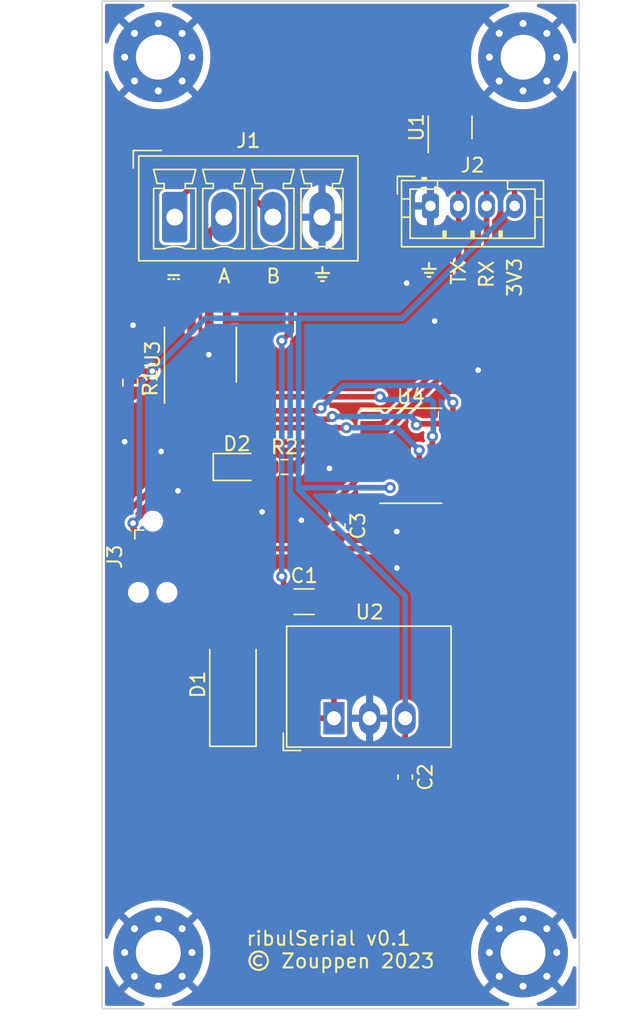
<source format=kicad_pcb>
(kicad_pcb (version 20211014) (generator pcbnew)
  (title_block (title "ribulSerial") (rev "0.1") (company "Zouppen") (comment 1 "2023"))
  (layers (0 "F.Cu" signal) (31 "B.Cu" signal) (34 "B.Paste" user) (35 "F.Paste" user) (36 "B.SilkS" user "B.Silkscreen") (37 "F.SilkS" user "F.Silkscreen") (38 "B.Mask" user) (39 "F.Mask" user) (44 "Edge.Cuts" user))
  (net 0 "")
  (net 1 "GND")
  (net 2 "+3.3V")
  (net 3 "Net-(C3-Pad1)")
  (net 4 "Net-(D2-Pad2)")
  (net 5 "VDC")
  (net 6 "A")
  (net 7 "B")
  (net 8 "/TX")
  (net 9 "/RX")
  (net 10 "/SWIM")
  (net 11 "/RESET")
  (net 14 "Net-(R2-Pad2)")
  (net 17 "/TX_EN1")
  (net 18 "/TX_EN2")
  (net 26 "/SWRX")
  (net 27 "/SWTX")
  (footprint "Converter_DCDC:Converter_DCDC_RECOM_R-78E-0.5_THT" (layer "F.Cu") (at 92.52 87.105)
    (fp_text reference "U2" (at 2.54 -7.56) (layer "F.SilkS"))
    (fp_text value "AMSRI-783.3-NZ")
    (fp_line (start 8.35 -6.56) (end 8.35 2.06) (layer "F.SilkS") (width 0.12))
    (fp_line (start -3.611 1.06) (end -3.611 2.3) (layer "F.SilkS") (width 0.12))
    (fp_line (start -3.371 2.06) (end 8.35 2.06) (layer "F.SilkS") (width 0.12))
    (fp_line (start -3.611 2.3) (end -2.371 2.3) (layer "F.SilkS") (width 0.12))
    (fp_line (start -3.371 -6.56) (end -3.371 2.06) (layer "F.SilkS") (width 0.12))
    (fp_line (start -3.371 -6.56) (end 8.35 -6.56) (layer "F.SilkS") (width 0.12))
    (pad "1" thru_hole rect (at 0 0) (size 1.5 2.3) (drill 1) (layers *.Cu *.Mask) (net 5 "VDC"))
    (pad "2" thru_hole oval (at 2.54 0) (size 1.5 2.3) (drill 1) (layers *.Cu *.Mask) (net 1 "GND"))
    (pad "3" thru_hole oval (at 5.08 0) (size 1.5 2.3) (drill 1) (layers *.Cu *.Mask) (net 2 "+3.3V"))
  )
  (footprint "Resistor_SMD:R_0603_1608Metric" (layer "F.Cu") (at 78 63.2 -90)
    (fp_text reference "R1" (at 0 -1.43 90) (layer "F.SilkS"))
    (fp_text value "20k")
    (fp_line (start -0.237258 -0.5225) (end 0.237258 -0.5225) (layer "F.SilkS") (width 0.12))
    (fp_line (start -0.237258 0.5225) (end 0.237258 0.5225) (layer "F.SilkS") (width 0.12))
    (pad "1" smd roundrect (at -0.825 0 270) (size 0.8 0.95) (layers "F.Cu" "F.Paste" "F.Mask") (net 2 "+3.3V"))
    (pad "2" smd roundrect (at 0.825 0 270) (size 0.8 0.95) (layers "F.Cu" "F.Paste" "F.Mask") (net 26 "/SWRX"))
  )
  (footprint "Capacitor_SMD:C_0603_1608Metric" (layer "F.Cu") (at 92.8 73.4 -90)
    (fp_text reference "C3" (at 0 -1.43 90) (layer "F.SilkS"))
    (fp_text value "1u")
    (fp_line (start -0.14058 -0.51) (end 0.14058 -0.51) (layer "F.SilkS") (width 0.12))
    (fp_line (start -0.14058 0.51) (end 0.14058 0.51) (layer "F.SilkS") (width 0.12))
    (pad "1" smd roundrect (at -0.775 0 270) (size 0.9 0.95) (layers "F.Cu" "F.Paste" "F.Mask") (net 3 "Net-(C3-Pad1)"))
    (pad "2" smd roundrect (at 0.775 0 270) (size 0.9 0.95) (layers "F.Cu" "F.Paste" "F.Mask") (net 1 "GND"))
  )
  (footprint "MountingHole:MountingHole_3.2mm_M3_Pad_Via" (layer "F.Cu") (at 80 40)
    (fp_text reference "H1" hide)
    (fp_text value "MountingHole_Pad")
    (pad "1" thru_hole circle (at 0 0) (size 6.4 6.4) (drill 3.2) (layers *.Cu *.Mask) (net 1 "GND"))
    (pad "1" thru_hole circle (at -1.697056 -1.697056) (size 0.8 0.8) (drill 0.5) (layers *.Cu *.Mask) (net 1 "GND"))
    (pad "1" thru_hole circle (at 0 2.4) (size 0.8 0.8) (drill 0.5) (layers *.Cu *.Mask) (net 1 "GND"))
    (pad "1" thru_hole circle (at 1.697056 -1.697056) (size 0.8 0.8) (drill 0.5) (layers *.Cu *.Mask) (net 1 "GND"))
    (pad "1" thru_hole circle (at 0 -2.4) (size 0.8 0.8) (drill 0.5) (layers *.Cu *.Mask) (net 1 "GND"))
    (pad "1" thru_hole circle (at 2.4 0) (size 0.8 0.8) (drill 0.5) (layers *.Cu *.Mask) (net 1 "GND"))
    (pad "1" thru_hole circle (at 1.697056 1.697056) (size 0.8 0.8) (drill 0.5) (layers *.Cu *.Mask) (net 1 "GND"))
    (pad "1" thru_hole circle (at -1.697056 1.697056) (size 0.8 0.8) (drill 0.5) (layers *.Cu *.Mask) (net 1 "GND"))
    (pad "1" thru_hole circle (at -2.4 0) (size 0.8 0.8) (drill 0.5) (layers *.Cu *.Mask) (net 1 "GND"))
  )
  (footprint "Diode_SMD:D_SMA_Handsoldering" (layer "F.Cu") (at 85.32 84.705 90)
    (fp_text reference "D1" (at 0 -2.5 90) (layer "F.SilkS"))
    (fp_text value "P6SMAJ33CA")
    (fp_line (start -4.4 1.65) (end 2.5 1.65) (layer "F.SilkS") (width 0.12))
    (fp_line (start -4.4 -1.65) (end -4.4 1.65) (layer "F.SilkS") (width 0.12))
    (fp_line (start -4.4 -1.65) (end 2.5 -1.65) (layer "F.SilkS") (width 0.12))
    (pad "1" smd rect (at -2.5 0 90) (size 3.5 1.8) (layers "F.Cu" "F.Paste" "F.Mask") (net 5 "VDC"))
    (pad "2" smd rect (at 2.5 0 90) (size 3.5 1.8) (layers "F.Cu" "F.Paste" "F.Mask") (net 1 "GND"))
  )
  (footprint "MountingHole:MountingHole_3.2mm_M3_Pad_Via" (layer "F.Cu") (at 80 103.8)
    (fp_text reference "H3" hide)
    (fp_text value "MountingHole_Pad")
    (pad "1" thru_hole circle (at 1.697056 1.697056) (size 0.8 0.8) (drill 0.5) (layers *.Cu *.Mask) (net 1 "GND"))
    (pad "1" thru_hole circle (at -1.697056 1.697056) (size 0.8 0.8) (drill 0.5) (layers *.Cu *.Mask) (net 1 "GND"))
    (pad "1" thru_hole circle (at 2.4 0) (size 0.8 0.8) (drill 0.5) (layers *.Cu *.Mask) (net 1 "GND"))
    (pad "1" thru_hole circle (at -2.4 0) (size 0.8 0.8) (drill 0.5) (layers *.Cu *.Mask) (net 1 "GND"))
    (pad "1" thru_hole circle (at 0 2.4) (size 0.8 0.8) (drill 0.5) (layers *.Cu *.Mask) (net 1 "GND"))
    (pad "1" thru_hole circle (at -1.697056 -1.697056) (size 0.8 0.8) (drill 0.5) (layers *.Cu *.Mask) (net 1 "GND"))
    (pad "1" thru_hole circle (at 0 0) (size 6.4 6.4) (drill 3.2) (layers *.Cu *.Mask) (net 1 "GND"))
    (pad "1" thru_hole circle (at 1.697056 -1.697056) (size 0.8 0.8) (drill 0.5) (layers *.Cu *.Mask) (net 1 "GND"))
    (pad "1" thru_hole circle (at 0 -2.4) (size 0.8 0.8) (drill 0.5) (layers *.Cu *.Mask) (net 1 "GND"))
  )
  (footprint "Resistor_SMD:R_0603_1608Metric" (layer "F.Cu") (at 89 69.2)
    (fp_text reference "R2" (at 0 -1.43) (layer "F.SilkS"))
    (fp_text value "180")
    (fp_line (start -0.237258 0.5225) (end 0.237258 0.5225) (layer "F.SilkS") (width 0.12))
    (fp_line (start -0.237258 -0.5225) (end 0.237258 -0.5225) (layer "F.SilkS") (width 0.12))
    (pad "1" smd roundrect (at -0.825 0) (size 0.8 0.95) (layers "F.Cu" "F.Paste" "F.Mask") (net 4 "Net-(D2-Pad2)"))
    (pad "2" smd roundrect (at 0.825 0) (size 0.8 0.95) (layers "F.Cu" "F.Paste" "F.Mask") (net 14 "Net-(R2-Pad2)"))
  )
  (footprint "LED_SMD:LED_0805_2012Metric" (layer "F.Cu") (at 85.6 69.2)
    (fp_text reference "D2" (at 0 -1.65) (layer "F.SilkS"))
    (fp_text value "LED")
    (fp_line (start -1.685 0.96) (end 1 0.96) (layer "F.SilkS") (width 0.12))
    (fp_line (start -1.685 -0.96) (end -1.685 0.96) (layer "F.SilkS") (width 0.12))
    (fp_line (start 1 -0.96) (end -1.685 -0.96) (layer "F.SilkS") (width 0.12))
    (pad "1" smd roundrect (at -0.9375 0) (size 0.975 1.4) (layers "F.Cu" "F.Paste" "F.Mask") (net 1 "GND"))
    (pad "2" smd roundrect (at 0.9375 0) (size 0.975 1.4) (layers "F.Cu" "F.Paste" "F.Mask") (net 4 "Net-(D2-Pad2)"))
  )
  (footprint "Package_SO:TSSOP-20_4.4x6.5mm_P0.65mm" (layer "F.Cu") (at 98 68.4)
    (fp_text reference "U4" (at 0 -4.2) (layer "F.SilkS"))
    (fp_text value "STM8S003F3P")
    (fp_line (start 0 -3.385) (end 2.2 -3.385) (layer "F.SilkS") (width 0.12))
    (fp_line (start 0 -3.385) (end -3.6 -3.385) (layer "F.SilkS") (width 0.12))
    (fp_line (start 0 3.385) (end -2.2 3.385) (layer "F.SilkS") (width 0.12))
    (fp_line (start 0 3.385) (end 2.2 3.385) (layer "F.SilkS") (width 0.12))
    (pad "1" smd roundrect (at -2.8625 -2.925) (size 1.475 0.4) (layers "F.Cu" "F.Paste" "F.Mask"))
    (pad "2" smd roundrect (at -2.8625 -2.275) (size 1.475 0.4) (layers "F.Cu" "F.Paste" "F.Mask") (net 8 "/TX"))
    (pad "3" smd roundrect (at -2.8625 -1.625) (size 1.475 0.4) (layers "F.Cu" "F.Paste" "F.Mask") (net 9 "/RX"))
    (pad "4" smd roundrect (at -2.8625 -0.975) (size 1.475 0.4) (layers "F.Cu" "F.Paste" "F.Mask") (net 11 "/RESET"))
    (pad "5" smd roundrect (at -2.8625 -0.325) (size 1.475 0.4) (layers "F.Cu" "F.Paste" "F.Mask") (net 14 "Net-(R2-Pad2)"))
    (pad "6" smd roundrect (at -2.8625 0.325) (size 1.475 0.4) (layers "F.Cu" "F.Paste" "F.Mask"))
    (pad "7" smd roundrect (at -2.8625 0.975) (size 1.475 0.4) (layers "F.Cu" "F.Paste" "F.Mask") (net 1 "GND"))
    (pad "8" smd roundrect (at -2.8625 1.625) (size 1.475 0.4) (layers "F.Cu" "F.Paste" "F.Mask") (net 3 "Net-(C3-Pad1)"))
    (pad "9" smd roundrect (at -2.8625 2.275) (size 1.475 0.4) (layers "F.Cu" "F.Paste" "F.Mask") (net 2 "+3.3V"))
    (pad "10" smd roundrect (at -2.8625 2.925) (size 1.475 0.4) (layers "F.Cu" "F.Paste" "F.Mask"))
    (pad "11" smd roundrect (at 2.8625 2.925) (size 1.475 0.4) (layers "F.Cu" "F.Paste" "F.Mask"))
    (pad "12" smd roundrect (at 2.8625 2.275) (size 1.475 0.4) (layers "F.Cu" "F.Paste" "F.Mask"))
    (pad "13" smd roundrect (at 2.8625 1.625) (size 1.475 0.4) (layers "F.Cu" "F.Paste" "F.Mask") (net 26 "/SWRX"))
    (pad "14" smd roundrect (at 2.8625 0.975) (size 1.475 0.4) (layers "F.Cu" "F.Paste" "F.Mask") (net 27 "/SWTX"))
    (pad "15" smd roundrect (at 2.8625 0.325) (size 1.475 0.4) (layers "F.Cu" "F.Paste" "F.Mask"))
    (pad "16" smd roundrect (at 2.8625 -0.325) (size 1.475 0.4) (layers "F.Cu" "F.Paste" "F.Mask"))
    (pad "17" smd roundrect (at 2.8625 -0.975) (size 1.475 0.4) (layers "F.Cu" "F.Paste" "F.Mask"))
    (pad "18" smd roundrect (at 2.8625 -1.625) (size 1.475 0.4) (layers "F.Cu" "F.Paste" "F.Mask") (net 10 "/SWIM"))
    (pad "19" smd roundrect (at 2.8625 -2.275) (size 1.475 0.4) (layers "F.Cu" "F.Paste" "F.Mask") (net 17 "/TX_EN1"))
    (pad "20" smd roundrect (at 2.8625 -2.925) (size 1.475 0.4) (layers "F.Cu" "F.Paste" "F.Mask") (net 18 "/TX_EN2"))
  )
  (footprint "MountingHole:MountingHole_3.2mm_M3_Pad_Via" (layer "F.Cu") (at 106 103.8)
    (fp_text reference "H4" hide)
    (fp_text value "MountingHole_Pad")
    (pad "1" thru_hole circle (at -2.4 0) (size 0.8 0.8) (drill 0.5) (layers *.Cu *.Mask) (net 1 "GND"))
    (pad "1" thru_hole circle (at 0 -2.4) (size 0.8 0.8) (drill 0.5) (layers *.Cu *.Mask) (net 1 "GND"))
    (pad "1" thru_hole circle (at -1.697056 -1.697056) (size 0.8 0.8) (drill 0.5) (layers *.Cu *.Mask) (net 1 "GND"))
    (pad "1" thru_hole circle (at -1.697056 1.697056) (size 0.8 0.8) (drill 0.5) (layers *.Cu *.Mask) (net 1 "GND"))
    (pad "1" thru_hole circle (at 2.4 0) (size 0.8 0.8) (drill 0.5) (layers *.Cu *.Mask) (net 1 "GND"))
    (pad "1" thru_hole circle (at 0 2.4) (size 0.8 0.8) (drill 0.5) (layers *.Cu *.Mask) (net 1 "GND"))
    (pad "1" thru_hole circle (at 0 0) (size 6.4 6.4) (drill 3.2) (layers *.Cu *.Mask) (net 1 "GND"))
    (pad "1" thru_hole circle (at 1.697056 1.697056) (size 0.8 0.8) (drill 0.5) (layers *.Cu *.Mask) (net 1 "GND"))
    (pad "1" thru_hole circle (at 1.697056 -1.697056) (size 0.8 0.8) (drill 0.5) (layers *.Cu *.Mask) (net 1 "GND"))
  )
  (footprint "MountingHole:MountingHole_3.2mm_M3_Pad_Via" (layer "F.Cu") (at 106 40)
    (fp_text reference "H2" hide)
    (fp_text value "MountingHole_Pad")
    (pad "1" thru_hole circle (at 1.697056 -1.697056) (size 0.8 0.8) (drill 0.5) (layers *.Cu *.Mask) (net 1 "GND"))
    (pad "1" thru_hole circle (at 1.697056 1.697056) (size 0.8 0.8) (drill 0.5) (layers *.Cu *.Mask) (net 1 "GND"))
    (pad "1" thru_hole circle (at -1.697056 -1.697056) (size 0.8 0.8) (drill 0.5) (layers *.Cu *.Mask) (net 1 "GND"))
    (pad "1" thru_hole circle (at 0 0) (size 6.4 6.4) (drill 3.2) (layers *.Cu *.Mask) (net 1 "GND"))
    (pad "1" thru_hole circle (at -1.697056 1.697056) (size 0.8 0.8) (drill 0.5) (layers *.Cu *.Mask) (net 1 "GND"))
    (pad "1" thru_hole circle (at 0 2.4) (size 0.8 0.8) (drill 0.5) (layers *.Cu *.Mask) (net 1 "GND"))
    (pad "1" thru_hole circle (at -2.4 0) (size 0.8 0.8) (drill 0.5) (layers *.Cu *.Mask) (net 1 "GND"))
    (pad "1" thru_hole circle (at 0 -2.4) (size 0.8 0.8) (drill 0.5) (layers *.Cu *.Mask) (net 1 "GND"))
    (pad "1" thru_hole circle (at 2.4 0) (size 0.8 0.8) (drill 0.5) (layers *.Cu *.Mask) (net 1 "GND"))
  )
  (footprint "Connector_Phoenix_MC:PhoenixContact_MCV_1,5_4-G-3.5_1x04_P3.50mm_Vertical" (layer "F.Cu") (at 81.1675 51.4)
    (fp_text reference "J1" (at 5.25 -5.45) (layer "F.SilkS"))
    (fp_text value "Screw_Terminal_01x04")
    (fp_line (start 6.25 2.25) (end 5.5 2.25) (layer "F.SilkS") (width 0.12))
    (fp_line (start 4.25 -2.4) (end 4.25 -2.05) (layer "F.SilkS") (width 0.12))
    (fp_line (start 8.5 -3.4) (end 8.25 -2.4) (layer "F.SilkS") (width 0.12))
    (fp_line (start 2.75 2.25) (end 2 2.25) (layer "F.SilkS") (width 0.12))
    (fp_line (start 5.75 -2.4) (end 5.5 -3.4) (layer "F.SilkS") (width 0.12))
    (fp_line (start 9.75 -2.05) (end 9.75 -2.4) (layer "F.SilkS") (width 0.12))
    (fp_line (start 4.75 -2.4) (end 4.25 -2.4) (layer "F.SilkS") (width 0.12))
    (fp_line (start 2.25 -2.4) (end 2 -3.4) (layer "F.SilkS") (width 0.12))
    (fp_line (start 12 -2.05) (end 12 2.25) (layer "F.SilkS") (width 0.12))
    (fp_line (start 5 -2.05) (end 5 2.25) (layer "F.SilkS") (width 0.12))
    (fp_line (start 1.5 -3.4) (end 1.25 -2.4) (layer "F.SilkS") (width 0.12))
    (fp_line (start 7.75 -2.4) (end 7.75 -2.05) (layer "F.SilkS") (width 0.12))
    (fp_line (start 7.75 -2.05) (end 8.5 -2.05) (layer "F.SilkS") (width 0.12))
    (fp_line (start -0.75 2.25) (end -1.5 2.25) (layer "F.SilkS") (width 0.12))
    (fp_line (start 0.75 -2.4) (end 0.75 -2.05) (layer "F.SilkS") (width 0.12))
    (fp_line (start 2 -2.05) (end 2.75 -2.05) (layer "F.SilkS") (width 0.12))
    (fp_line (start 11.75 -2.4) (end 11.25 -2.4) (layer "F.SilkS") (width 0.12))
    (fp_line (start -2.56 -4.36) (end -2.56 3.11) (layer "F.SilkS") (width 0.12))
    (fp_line (start 13.06 -4.36) (end -2.56 -4.36) (layer "F.SilkS") (width 0.12))
    (fp_line (start 9 -2.05) (end 9.75 -2.05) (layer "F.SilkS") (width 0.12))
    (fp_line (start 12 -3.4) (end 11.75 -2.4) (layer "F.SilkS") (width 0.12))
    (fp_line (start 5 2.25) (end 4.25 2.25) (layer "F.SilkS") (width 0.12))
    (fp_line (start 6.25 -2.4) (end 5.75 -2.4) (layer "F.SilkS") (width 0.12))
    (fp_line (start 5.5 2.25) (end 5.5 -2.05) (layer "F.SilkS") (width 0.12))
    (fp_line (start 0.75 -2.05) (end 1.5 -2.05) (layer "F.SilkS") (width 0.12))
    (fp_line (start -1.5 -3.4) (end 1.5 -3.4) (layer "F.SilkS") (width 0.12))
    (fp_line (start -0.75 -2.4) (end -1.25 -2.4) (layer "F.SilkS") (width 0.12))
    (fp_line (start 9.75 2.25) (end 9 2.25) (layer "F.SilkS") (width 0.12))
    (fp_line (start 11.25 -2.4) (end 11.25 -2.05) (layer "F.SilkS") (width 0.12))
    (fp_line (start 9.75 -2.4) (end 9.25 -2.4) (layer "F.SilkS") (width 0.12))
    (fp_line (start 1.5 2.25) (end 0.75 2.25) (layer "F.SilkS") (width 0.12))
    (fp_line (start -0.75 -2.05) (end -0.75 -2.4) (layer "F.SilkS") (width 0.12))
    (fp_line (start 12 2.25) (end 11.25 2.25) (layer "F.SilkS") (width 0.12))
    (fp_line (start 5.5 -3.4) (end 8.5 -3.4) (layer "F.SilkS") (width 0.12))
    (fp_line (start 13.06 3.11) (end 13.06 -4.36) (layer "F.SilkS") (width 0.12))
    (fp_line (start 6.25 -2.05) (end 6.25 -2.4) (layer "F.SilkS") (width 0.12))
    (fp_line (start 2 2.25) (end 2 -2.05) (layer "F.SilkS") (width 0.12))
    (fp_line (start 8.25 -2.4) (end 7.75 -2.4) (layer "F.SilkS") (width 0.12))
    (fp_line (start 1.5 -2.05) (end 1.5 2.25) (layer "F.SilkS") (width 0.12))
    (fp_line (start 11.25 -2.05) (end 12 -2.05) (layer "F.SilkS") (width 0.12))
    (fp_line (start 1.25 -2.4) (end 0.75 -2.4) (layer "F.SilkS") (width 0.12))
    (fp_line (start -1.25 -2.4) (end -1.5 -3.4) (layer "F.SilkS") (width 0.12))
    (fp_line (start 2.75 -2.4) (end 2.25 -2.4) (layer "F.SilkS") (width 0.12))
    (fp_line (start 8.5 2.25) (end 7.75 2.25) (layer "F.SilkS") (width 0.12))
    (fp_line (start 9 -3.4) (end 12 -3.4) (layer "F.SilkS") (width 0.12))
    (fp_line (start 9.25 -2.4) (end 9 -3.4) (layer "F.SilkS") (width 0.12))
    (fp_line (start 4.25 -2.05) (end 5 -2.05) (layer "F.SilkS") (width 0.12))
    (fp_line (start 5.5 -2.05) (end 6.25 -2.05) (layer "F.SilkS") (width 0.12))
    (fp_line (start -1.5 -2.05) (end -0.75 -2.05) (layer "F.SilkS") (width 0.12))
    (fp_line (start -1.5 2.25) (end -1.5 -2.05) (layer "F.SilkS") (width 0.12))
    (fp_line (start -2.95 -4.75) (end -0.95 -4.75) (layer "F.SilkS") (width 0.12))
    (fp_line (start 9 2.25) (end 9 -2.05) (layer "F.SilkS") (width 0.12))
    (fp_line (start 2.75 -2.05) (end 2.75 -2.4) (layer "F.SilkS") (width 0.12))
    (fp_line (start -2.95 -3.5) (end -2.95 -4.75) (layer "F.SilkS") (width 0.12))
    (fp_line (start -2.56 3.11) (end 13.06 3.11) (layer "F.SilkS") (width 0.12))
    (fp_line (start 8.5 -2.05) (end 8.5 2.25) (layer "F.SilkS") (width 0.12))
    (fp_line (start 5 -3.4) (end 4.75 -2.4) (layer "F.SilkS") (width 0.12))
    (fp_line (start 2 -3.4) (end 5 -3.4) (layer "F.SilkS") (width 0.12))
    (fp_arc (start 6.25 2.25) (mid 6.999807 2.09191) (end 7.749647 2.249844) (layer "F.SilkS") (width 0.12))
    (fp_arc (start 2.75 2.25) (mid 3.499807 2.09191) (end 4.249647 2.249844) (layer "F.SilkS") (width 0.12))
    (fp_arc (start 9.75 2.25) (mid 10.499807 2.09191) (end 11.249647 2.249844) (layer "F.SilkS") (width 0.12))
    (fp_arc (start -0.75 2.25) (mid -0.000193 2.09191) (end 0.749647 2.249844) (layer "F.SilkS") (width 0.12))
    (pad "1" thru_hole roundrect (at 0 0) (size 1.8 3.6) (drill 1.2) (layers *.Cu *.Mask) (roundrect_rratio 0.138889) (net 5 "VDC"))
    (pad "2" thru_hole oval (at 3.5 0) (size 1.8 3.6) (drill 1.2) (layers *.Cu *.Mask) (net 6 "A"))
    (pad "3" thru_hole oval (at 7 0) (size 1.8 3.6) (drill 1.2) (layers *.Cu *.Mask) (net 7 "B"))
    (pad "4" thru_hole oval (at 10.5 0) (size 1.8 3.6) (drill 1.2) (layers *.Cu *.Mask) (net 1 "GND"))
  )
  (footprint "Package_TO_SOT_SMD:SOT-23-6" (layer "F.Cu") (at 100.8 45 90)
    (fp_text reference "U1" (at 0 -2.4 90) (layer "F.SilkS"))
    (fp_text value "SRV05-4")
    (fp_line (start 0 1.56) (end 0.8 1.56) (layer "F.SilkS") (width 0.12))
    (fp_line (start 0 1.56) (end -0.8 1.56) (layer "F.SilkS") (width 0.12))
    (fp_line (start 0 -1.56) (end -1.8 -1.56) (layer "F.SilkS") (width 0.12))
    (fp_line (start 0 -1.56) (end 0.8 -1.56) (layer "F.SilkS") (width 0.12))
    (pad "1" smd roundrect (at -1.1375 -0.95 90) (size 1.325 0.6) (layers "F.Cu" "F.Paste" "F.Mask") (net 8 "/TX"))
    (pad "2" smd roundrect (at -1.1375 0 90) (size 1.325 0.6) (layers "F.Cu" "F.Paste" "F.Mask") (net 1 "GND"))
    (pad "3" smd roundrect (at -1.1375 0.95 90) (size 1.325 0.6) (layers "F.Cu" "F.Paste" "F.Mask") (net 9 "/RX"))
    (pad "4" smd roundrect (at 1.1375 0.95 90) (size 1.325 0.6) (layers "F.Cu" "F.Paste" "F.Mask"))
    (pad "5" smd roundrect (at 1.1375 0 90) (size 1.325 0.6) (layers "F.Cu" "F.Paste" "F.Mask") (net 2 "+3.3V"))
    (pad "6" smd roundrect (at 1.1375 -0.95 90) (size 1.325 0.6) (layers "F.Cu" "F.Paste" "F.Mask"))
  )
  (footprint "Connector:Tag-Connect_TC2030-IDC-NL_2x03_P1.27mm_Vertical" (layer "F.Cu") (at 79.6 75.6 -90)
    (fp_text reference "J3" (at 0 2.7 90) (layer "F.SilkS"))
    (fp_text value "TagConnect_TC2030-NL")
    (fp_line (start -1.905 1.27) (end -1.905 0.635) (layer "F.SilkS") (width 0.12))
    (fp_line (start -1.27 1.27) (end -1.905 1.27) (layer "F.SilkS") (width 0.12))
    (pad "" np_thru_hole circle (at -2.54 0 270) (size 0.9906 0.9906) (drill 0.9906) (layers *.Cu *.Mask))
    (pad "" np_thru_hole circle (at 2.54 1.016 270) (size 0.9906 0.9906) (drill 0.9906) (layers *.Cu *.Mask))
    (pad "" np_thru_hole circle (at 2.54 -1.016 270) (size 0.9906 0.9906) (drill 0.9906) (layers *.Cu *.Mask))
    (pad "1" connect circle (at -1.27 0.635 270) (size 0.7874 0.7874) (layers "F.Cu" "F.Mask") (net 2 "+3.3V"))
    (pad "2" connect circle (at -1.27 -0.635 270) (size 0.7874 0.7874) (layers "F.Cu" "F.Mask") (net 10 "/SWIM"))
    (pad "3" connect circle (at 0 0.635 270) (size 0.7874 0.7874) (layers "F.Cu" "F.Mask") (net 11 "/RESET"))
    (pad "4" connect circle (at 0 -0.635 270) (size 0.7874 0.7874) (layers "F.Cu" "F.Mask"))
    (pad "5" connect circle (at 1.27 0.635 270) (size 0.7874 0.7874) (layers "F.Cu" "F.Mask") (net 1 "GND"))
    (pad "6" connect circle (at 1.27 -0.635 270) (size 0.7874 0.7874) (layers "F.Cu" "F.Mask"))
    (zone (net 0) (net_name "") (layer "F.Cu") (connect_pads (clearance 0)) (min_thickness 0.254)
      (keepout (tracks allowed) (vias not_allowed) (pads allowed) (copperpour not_allowed) (footprints not_allowed))
      (fill (thermal_gap 0.508) (thermal_bridge_width 0.508))
      (polygon (pts (xy 80.235 76.87) (xy 80.235 74.33) (xy 78.965 74.33) (xy 78.965 76.87)))
    )
  )
  (footprint "Package_SO:SOIC-8_3.9x4.9mm_P1.27mm" (layer "F.Cu") (at 83 61.2 90)
    (fp_text reference "U3" (at 0 -3.4 90) (layer "F.SilkS"))
    (fp_text value "SP3485EN")
    (fp_line (start 0 2.56) (end -1.95 2.56) (layer "F.SilkS") (width 0.12))
    (fp_line (start 0 2.56) (end 1.95 2.56) (layer "F.SilkS") (width 0.12))
    (fp_line (start 0 -2.56) (end -3.45 -2.56) (layer "F.SilkS") (width 0.12))
    (fp_line (start 0 -2.56) (end 1.95 -2.56) (layer "F.SilkS") (width 0.12))
    (pad "1" smd roundrect (at -2.475 -1.905 90) (size 1.95 0.6) (layers "F.Cu" "F.Paste" "F.Mask") (net 26 "/SWRX"))
    (pad "2" smd roundrect (at -2.475 -0.635 90) (size 1.95 0.6) (layers "F.Cu" "F.Paste" "F.Mask") (net 17 "/TX_EN1"))
    (pad "3" smd roundrect (at -2.475 0.635 90) (size 1.95 0.6) (layers "F.Cu" "F.Paste" "F.Mask") (net 18 "/TX_EN2"))
    (pad "4" smd roundrect (at -2.475 1.905 90) (size 1.95 0.6) (layers "F.Cu" "F.Paste" "F.Mask") (net 27 "/SWTX"))
    (pad "5" smd roundrect (at 2.475 1.905 90) (size 1.95 0.6) (layers "F.Cu" "F.Paste" "F.Mask") (net 1 "GND"))
    (pad "6" smd roundrect (at 2.475 0.635 90) (size 1.95 0.6) (layers "F.Cu" "F.Paste" "F.Mask") (net 6 "A"))
    (pad "7" smd roundrect (at 2.475 -0.635 90) (size 1.95 0.6) (layers "F.Cu" "F.Paste" "F.Mask") (net 7 "B"))
    (pad "8" smd roundrect (at 2.475 -1.905 90) (size 1.95 0.6) (layers "F.Cu" "F.Paste" "F.Mask") (net 2 "+3.3V"))
  )
  (footprint "Capacitor_SMD:C_1206_3216Metric" (layer "F.Cu") (at 90.4 78.8)
    (fp_text reference "C1" (at 0 -1.85) (layer "F.SilkS"))
    (fp_text value "10u")
    (fp_line (start -0.711252 -0.91) (end 0.711252 -0.91) (layer "F.SilkS") (width 0.12))
    (fp_line (start -0.711252 0.91) (end 0.711252 0.91) (layer "F.SilkS") (width 0.12))
    (pad "1" smd roundrect (at -1.475 0) (size 1.15 1.8) (layers "F.Cu" "F.Paste" "F.Mask") (roundrect_rratio 0.217391) (net 5 "VDC"))
    (pad "2" smd roundrect (at 1.475 0) (size 1.15 1.8) (layers "F.Cu" "F.Paste" "F.Mask") (roundrect_rratio 0.217391) (net 1 "GND"))
  )
  (footprint "Connector_JST:JST_PH_B4B-PH-K_1x04_P2.00mm_Vertical" (layer "F.Cu") (at 99.4 50.6)
    (fp_text reference "J2" (at 3 -2.9) (layer "F.SilkS"))
    (fp_text value "Conn_01x04_Male")
    (fp_line (start 5.1 1.8) (end 5.1 2.3) (layer "F.SilkS") (width 0.12))
    (fp_line (start 8.06 2.91) (end 8.06 -1.81) (layer "F.SilkS") (width 0.12))
    (fp_line (start -0.3 -2.01) (end -0.6 -2.01) (layer "F.SilkS") (width 0.12))
    (fp_line (start 4.9 2.3) (end 4.9 1.8) (layer "F.SilkS") (width 0.12))
    (fp_line (start 4.9 1.8) (end 5.1 1.8) (layer "F.SilkS") (width 0.12))
    (fp_line (start 5.5 -1.2) (end 5.5 -1.81) (layer "F.SilkS") (width 0.12))
    (fp_line (start -1.45 -1.2) (end -1.45 2.3) (layer "F.SilkS") (width 0.12))
    (fp_line (start 7.45 -1.2) (end 5.5 -1.2) (layer "F.SilkS") (width 0.12))
    (fp_line (start 8.06 -0.5) (end 7.45 -0.5) (layer "F.SilkS") (width 0.12))
    (fp_line (start 3 2.3) (end 3 1.8) (layer "F.SilkS") (width 0.12))
    (fp_line (start 1 2.3) (end 1 1.8) (layer "F.SilkS") (width 0.12))
    (fp_line (start 0.9 2.3) (end 0.9 1.8) (layer "F.SilkS") (width 0.12))
    (fp_line (start -2.06 2.91) (end 8.06 2.91) (layer "F.SilkS") (width 0.12))
    (fp_line (start -0.3 -1.81) (end -0.3 -2.01) (layer "F.SilkS") (width 0.12))
    (fp_line (start -2.06 0.8) (end -1.45 0.8) (layer "F.SilkS") (width 0.12))
    (fp_line (start 5 2.3) (end 5 1.8) (layer "F.SilkS") (width 0.12))
    (fp_line (start -0.3 -1.91) (end -0.6 -1.91) (layer "F.SilkS") (width 0.12))
    (fp_line (start -2.06 -0.5) (end -1.45 -0.5) (layer "F.SilkS") (width 0.12))
    (fp_line (start 2.9 1.8) (end 3.1 1.8) (layer "F.SilkS") (width 0.12))
    (fp_line (start 3.1 1.8) (end 3.1 2.3) (layer "F.SilkS") (width 0.12))
    (fp_line (start 7.45 2.3) (end 7.45 -1.2) (layer "F.SilkS") (width 0.12))
    (fp_line (start 2.9 2.3) (end 2.9 1.8) (layer "F.SilkS") (width 0.12))
    (fp_line (start -1.11 -2.11) (end -2.36 -2.11) (layer "F.SilkS") (width 0.12))
    (fp_line (start -1.45 2.3) (end 7.45 2.3) (layer "F.SilkS") (width 0.12))
    (fp_line (start 0.5 -1.2) (end -1.45 -1.2) (layer "F.SilkS") (width 0.12))
    (fp_line (start 1.1 1.8) (end 1.1 2.3) (layer "F.SilkS") (width 0.12))
    (fp_line (start 0.9 1.8) (end 1.1 1.8) (layer "F.SilkS") (width 0.12))
    (fp_line (start 0.5 -1.81) (end 0.5 -1.2) (layer "F.SilkS") (width 0.12))
    (fp_line (start -0.6 -2.01) (end -0.6 -1.81) (layer "F.SilkS") (width 0.12))
    (fp_line (start 8.06 0.8) (end 7.45 0.8) (layer "F.SilkS") (width 0.12))
    (fp_line (start 8.06 -1.81) (end -2.06 -1.81) (layer "F.SilkS") (width 0.12))
    (fp_line (start -2.06 -1.81) (end -2.06 2.91) (layer "F.SilkS") (width 0.12))
    (fp_line (start -2.36 -2.11) (end -2.36 -0.86) (layer "F.SilkS") (width 0.12))
    (pad "1" thru_hole roundrect (at 0 0) (size 1.2 1.75) (drill 0.75) (layers *.Cu *.Mask) (roundrect_rratio 0.208333) (net 1 "GND"))
    (pad "2" thru_hole oval (at 2 0) (size 1.2 1.75) (drill 0.75) (layers *.Cu *.Mask) (net 8 "/TX"))
    (pad "3" thru_hole oval (at 4 0) (size 1.2 1.75) (drill 0.75) (layers *.Cu *.Mask) (net 9 "/RX"))
    (pad "4" thru_hole oval (at 6 0) (size 1.2 1.75) (drill 0.75) (layers *.Cu *.Mask) (net 2 "+3.3V"))
  )
  (footprint "Capacitor_SMD:C_0603_1608Metric" (layer "F.Cu") (at 97.6 91.3 -90)
    (fp_text reference "C2" (at 0 -1.43 90) (layer "F.SilkS"))
    (fp_text value "22u")
    (fp_line (start -0.14058 0.51) (end 0.14058 0.51) (layer "F.SilkS") (width 0.12))
    (fp_line (start -0.14058 -0.51) (end 0.14058 -0.51) (layer "F.SilkS") (width 0.12))
    (pad "1" smd roundrect (at -0.775 0 270) (size 0.9 0.95) (layers "F.Cu" "F.Paste" "F.Mask") (net 2 "+3.3V"))
    (pad "2" smd roundrect (at 0.775 0 270) (size 0.9 0.95) (layers "F.Cu" "F.Paste" "F.Mask") (net 1 "GND"))
  )
  (gr_rect (start 76 36) (end 110 107.8) (layer "Edge.Cuts") (width 0.1) (fill none))
  (gr_text "TX" (at 101.4 54.4 90) (layer "F.SilkS") (effects (font (size 1 1)) (justify right)))
  (gr_text "⏚" (at 99.3 55.2) (layer "F.SilkS") (effects (font (size 1 1))))
  (gr_text "⎓" (at 81.1 55.6) (layer "F.SilkS") (effects (font (size 1 1))))
  (gr_text "${TITLE} v${REVISION}\n© ${COMPANY} ${COMMENT1}" (at 86.2 103.6) (layer "F.SilkS") (effects (font (size 1 1)) (justify left)))
  (gr_text "3V3" (at 105.4 54.2 90) (layer "F.SilkS") (effects (font (size 1 1)) (justify right)))
  (gr_text "RX" (at 103.4 54.4 90) (layer "F.SilkS") (effects (font (size 1 1)) (justify right)))
  (gr_text "⏚" (at 91.7 55.5) (layer "F.SilkS") (effects (font (size 1 1))))
  (gr_text "B" (at 88.2 55.6) (layer "F.SilkS") (effects (font (size 1 1))))
  (gr_text "A" (at 84.7 55.6) (layer "F.SilkS") (effects (font (size 1 1))))
  (segment (start 100.8 45.497183) (end 100.302817 45) (width 0.4) (layer "F.Cu") (net 1))
  (segment (start 100.8 46.1375) (end 100.8 45.497183) (width 0.4) (layer "F.Cu") (net 1))
  (via (at 87.4 72.4) (size 0.8) (drill 0.4) (layers "F.Cu" "B.Cu") (net 1))
  (via (at 83.6 61.2) (size 0.8) (drill 0.4) (layers "F.Cu" "B.Cu") (net 1))
  (via (at 99.7 58.8) (size 0.8) (drill 0.4) (layers "F.Cu" "B.Cu") (net 1))
  (via (at 77.6 67.4) (size 0.8) (drill 0.4) (layers "F.Cu" "B.Cu") (net 1))
  (via (at 97 73.8) (size 0.8) (drill 0.4) (layers "F.Cu" "B.Cu") (net 1))
  (via (at 81.4 70.9) (size 0.8) (drill 0.4) (layers "F.Cu" "B.Cu") (net 1))
  (via (at 78.2 59.1) (size 0.8) (drill 0.4) (layers "F.Cu" "B.Cu") (net 1))
  (via (at 92.2 69.3) (size 0.8) (drill 0.4) (layers "F.Cu" "B.Cu") (net 1))
  (via (at 102.8 62.3) (size 0.8) (drill 0.4) (layers "F.Cu" "B.Cu") (net 1))
  (via (at 80.2 68.1) (size 0.8) (drill 0.4) (layers "F.Cu" "B.Cu") (net 1))
  (via (at 90.2 73) (size 0.8) (drill 0.4) (layers "F.Cu" "B.Cu") (net 1))
  (via (at 97 76.4) (size 0.8) (drill 0.4) (layers "F.Cu" "B.Cu") (net 1))
  (via (at 97.7 56.1) (size 0.8) (drill 0.4) (layers "F.Cu" "B.Cu") (net 1))
  (segment (start 81.095 59.28) (end 78 62.375) (width 0.4) (layer "F.Cu") (net 2))
  (segment (start 95.1375 70.675) (end 96.525 70.675) (width 0.4) (layer "F.Cu") (net 2))
  (segment (start 102.275 45.075) (end 105.4 48.2) (width 0.4) (layer "F.Cu") (net 2))
  (segment (start 97.6 87.105) (end 97.6 90.525) (width 0.4) (layer "F.Cu") (net 2))
  (segment (start 81.095 58.725) (end 81.095 59.28) (width 0.4) (layer "F.Cu") (net 2))
  (segment (start 105.4 48.2) (end 105.4 50.6) (width 0.4) (layer "F.Cu") (net 2))
  (segment (start 100.8 44.352817) (end 101.522183 45.075) (width 0.4) (layer "F.Cu") (net 2))
  (segment (start 78.2 73.565) (end 78.965 74.33) (width 0.4) (layer "F.Cu") (net 2))
  (segment (start 101.522183 45.075) (end 102.275 45.075) (width 0.4) (layer "F.Cu") (net 2))
  (segment (start 78 62.375) (end 79.575 62.375) (width 0.4) (layer "F.Cu") (net 2))
  (segment (start 78.2 73.2) (end 78.2 73.565) (width 0.4) (layer "F.Cu") (net 2))
  (segment (start 100.8 43.8625) (end 100.8 44.352817) (width 0.4) (layer "F.Cu") (net 2))
  (via (at 96.525 70.675) (size 0.8) (drill 0.4) (layers "F.Cu" "B.Cu") (net 2))
  (via (at 79.575 62.375) (size 0.8) (drill 0.4) (layers "F.Cu" "B.Cu") (net 2))
  (via (at 78.2 73.2) (size 0.8) (drill 0.4) (layers "F.Cu" "B.Cu") (net 2))
  (segment (start 79.575 62.375) (end 78.654699 63.295301) (width 0.4) (layer "B.Cu") (net 2))
  (segment (start 78.654699 72.745301) (end 78.2 73.2) (width 0.4) (layer "B.Cu") (net 2))
  (segment (start 96.525 70.675) (end 90.075 70.675) (width 0.4) (layer "B.Cu") (net 2))
  (segment (start 97.6 87.105) (end 97.6 78.4) (width 0.4) (layer "B.Cu") (net 2))
  (segment (start 97.6 78.4) (end 90 70.8) (width 0.4) (layer "B.Cu") (net 2))
  (segment (start 83.35 58.6) (end 79.575 62.375) (width 0.4) (layer "B.Cu") (net 2))
  (segment (start 78.654699 63.295301) (end 78.654699 72.745301) (width 0.4) (layer "B.Cu") (net 2))
  (segment (start 90 58.6) (end 90 70.6) (width 0.4) (layer "B.Cu") (net 2))
  (segment (start 97.4 58.6) (end 90 58.6) (width 0.4) (layer "B.Cu") (net 2))
  (segment (start 105.4 50.6) (end 97.4 58.6) (width 0.4) (layer "B.Cu") (net 2))
  (segment (start 90 70.6) (end 90 70.8) (width 0.4) (layer "B.Cu") (net 2))
  (segment (start 90.075 70.675) (end 90 70.6) (width 0.4) (layer "B.Cu") (net 2))
  (segment (start 90 58.6) (end 83.35 58.6) (width 0.4) (layer "B.Cu") (net 2))
  (segment (start 92.8 72.625) (end 92.8 71.467893) (width 0.4) (layer "F.Cu") (net 3))
  (segment (start 92.8 71.467893) (end 94.242893 70.025) (width 0.4) (layer "F.Cu") (net 3))
  (segment (start 94.242893 70.025) (end 95.1375 70.025) (width 0.4) (layer "F.Cu") (net 3))
  (segment (start 88.175 69.2) (end 86.5375 69.2) (width 0.4) (layer "F.Cu") (net 4))
  (segment (start 88.925 78.8) (end 92.52 82.395) (width 0.4) (layer "F.Cu") (net 5))
  (segment (start 83 48.6) (end 81.1675 50.4325) (width 0.4) (layer "F.Cu") (net 5))
  (segment (start 89.4675 49.961522) (end 88.105978 48.6) (width 0.4) (layer "F.Cu") (net 5))
  (segment (start 85.42 87.105) (end 85.32 87.205) (width 0.4) (layer "F.Cu") (net 5))
  (segment (start 88.925 78.8) (end 88.925 77.125) (width 0.4) (layer "F.Cu") (net 5))
  (segment (start 88.925 77.125) (end 88.8 77) (width 0.4) (layer "F.Cu") (net 5))
  (segment (start 92.52 87.105) (end 85.42 87.105) (width 0.4) (layer "F.Cu") (net 5))
  (segment (start 81.1675 50.4325) (end 81.1675 51.4) (width 0.4) (layer "F.Cu") (net 5))
  (segment (start 88.8 60.2) (end 89.4675 59.5325) (width 0.4) (layer "F.Cu") (net 5))
  (segment (start 88.105978 48.6) (end 83 48.6) (width 0.4) (layer "F.Cu") (net 5))
  (segment (start 89.4675 59.5325) (end 89.4675 49.961522) (width 0.4) (layer "F.Cu") (net 5))
  (segment (start 92.52 82.395) (end 92.52 87.105) (width 0.4) (layer "F.Cu") (net 5))
  (via (at 88.8 77) (size 0.8) (drill 0.4) (layers "F.Cu" "B.Cu") (net 5))
  (via (at 88.8 60.2) (size 0.8) (drill 0.4) (layers "F.Cu" "B.Cu") (net 5))
  (segment (start 88.8 77) (end 88.8 60.4) (width 0.4) (layer "B.Cu") (net 5))
  (segment (start 88.8 60.4) (end 88.8 60.2) (width 0.4) (layer "B.Cu") (net 5))
  (segment (start 83.635 58.725) (end 83.635 52.4325) (width 0.4) (layer "F.Cu") (net 6))
  (segment (start 83.635 52.4325) (end 84.6675 51.4) (width 0.4) (layer "F.Cu") (net 6))
  (segment (start 83 50.329022) (end 84.129022 49.2) (width 0.4) (layer "F.Cu") (net 7))
  (segment (start 83 53) (end 83 50.329022) (width 0.4) (layer "F.Cu") (net 7))
  (segment (start 84.129022 49.2) (end 85.9675 49.2) (width 0.4) (layer "F.Cu") (net 7))
  (segment (start 85.9675 49.2) (end 88.1675 51.4) (width 0.4) (layer "F.Cu") (net 7))
  (segment (start 82.365 53.635) (end 83 53) (width 0.4) (layer "F.Cu") (net 7))
  (segment (start 82.365 58.725) (end 82.365 53.635) (width 0.4) (layer "F.Cu") (net 7))
  (segment (start 101.4 48.8) (end 101.4 50.6) (width 0.4) (layer "F.Cu") (net 8))
  (segment (start 99.85 47.25) (end 101.4 48.8) (width 0.4) (layer "F.Cu") (net 8))
  (segment (start 101.4 50.6) (end 101.4 60.657107) (width 0.4) (layer "F.Cu") (net 8))
  (segment (start 95.932107 66.125) (end 95.1375 66.125) (width 0.4) (layer "F.Cu") (net 8))
  (segment (start 99.85 46.1375) (end 99.85 47.25) (width 0.4) (layer "F.Cu") (net 8))
  (segment (start 101.4 60.657107) (end 95.932107 66.125) (width 0.4) (layer "F.Cu") (net 8))
  (segment (start 103.4 59.505635) (end 103.4 50.6) (width 0.4) (layer "F.Cu") (net 9))
  (segment (start 101.75 46.1375) (end 103.4 47.7875) (width 0.4) (layer "F.Cu") (net 9))
  (segment (start 103.4 47.7875) (end 103.4 50.6) (width 0.4) (layer "F.Cu") (net 9))
  (segment (start 95.1375 66.775) (end 96.130635 66.775) (width 0.4) (layer "F.Cu") (net 9))
  (segment (start 96.130635 66.775) (end 103.4 59.505635) (width 0.4) (layer "F.Cu") (net 9))
  (segment (start 101.757107 66.775) (end 100.8625 66.775) (width 0.4) (layer "F.Cu") (net 10))
  (segment (start 98.607107 75.025) (end 102.2 71.432107) (width 0.4) (layer "F.Cu") (net 10))
  (segment (start 102.2 71.432107) (end 102.2 67.217893) (width 0.4) (layer "F.Cu") (net 10))
  (segment (start 102.2 67.217893) (end 101.757107 66.775) (width 0.4) (layer "F.Cu") (net 10))
  (segment (start 80.235 74.33) (end 80.93 75.025) (width 0.4) (layer "F.Cu") (net 10))
  (segment (start 80.93 75.025) (end 98.607107 75.025) (width 0.4) (layer "F.Cu") (net 10))
  (segment (start 77.4 74.035) (end 77.4 72.868629) (width 0.4) (layer "F.Cu") (net 11))
  (segment (start 77.4 72.868629) (end 82.843629 67.425) (width 0.4) (layer "F.Cu") (net 11))
  (segment (start 78.965 75.6) (end 77.4 74.035) (width 0.4) (layer "F.Cu") (net 11))
  (segment (start 82.843629 67.425) (end 95.1375 67.425) (width 0.4) (layer "F.Cu") (net 11))
  (segment (start 89.825 69.2) (end 90.95 68.075) (width 0.4) (layer "F.Cu") (net 14))
  (segment (start 90.95 68.075) (end 95.1375 68.075) (width 0.4) (layer "F.Cu") (net 14))
  (segment (start 82.365 63.675) (end 82.365 64.157817) (width 0.4) (layer "F.Cu") (net 17))
  (segment (start 100.8625 66.125) (end 98.475 66.125) (width 0.4) (layer "F.Cu") (net 17))
  (segment (start 84.007183 65.8) (end 92.2005 65.8) (width 0.4) (layer "F.Cu") (net 17))
  (segment (start 82.365 64.157817) (end 84.007183 65.8) (width 0.4) (layer "F.Cu") (net 17))
  (segment (start 92.2005 65.8) (end 92.4 65.6005) (width 0.4) (layer "F.Cu") (net 17))
  (segment (start 98.475 66.125) (end 98.4 66.2) (width 0.4) (layer "F.Cu") (net 17))
  (via (at 92.4 65.6005) (size 0.8) (drill 0.4) (layers "F.Cu" "B.Cu") (net 17))
  (via (at 98.4 66.2) (size 0.8) (drill 0.4) (layers "F.Cu" "B.Cu") (net 17))
  (segment (start 98.0005 65.6005) (end 98.4 66) (width 0.4) (layer "B.Cu") (net 17))
  (segment (start 92.4 65.6005) (end 98.0005 65.6005) (width 0.4) (layer "B.Cu") (net 17))
  (segment (start 98.4 66) (end 98.4 66.2) (width 0.4) (layer "B.Cu") (net 17))
  (segment (start 101 64.6) (end 101 65.3375) (width 0.4) (layer "F.Cu") (net 18))
  (segment (start 83.635 63.675) (end 83.635 64.235) (width 0.4) (layer "F.Cu") (net 18))
  (segment (start 91.2 65.2) (end 91.4 65.2) (width 0.4) (layer "F.Cu") (net 18))
  (segment (start 84.6 65.2) (end 91.2 65.2) (width 0.4) (layer "F.Cu") (net 18))
  (segment (start 91.4 65.2) (end 91.6 65) (width 0.4) (layer "F.Cu") (net 18))
  (segment (start 83.635 64.235) (end 84.6 65.2) (width 0.4) (layer "F.Cu") (net 18))
  (segment (start 101 65.3375) (end 100.8625 65.475) (width 0.4) (layer "F.Cu") (net 18))
  (via (at 101 64.6) (size 0.8) (drill 0.4) (layers "F.Cu" "B.Cu") (net 18))
  (via (at 91.6 65) (size 0.8) (drill 0.4) (layers "F.Cu" "B.Cu") (net 18))
  (segment (start 91.6 65) (end 93.2 63.4) (width 0.4) (layer "B.Cu") (net 18))
  (segment (start 99.8 63.4) (end 101 64.6) (width 0.4) (layer "B.Cu") (net 18))
  (segment (start 93.2 63.4) (end 99.8 63.4) (width 0.4) (layer "B.Cu") (net 18))
  (segment (start 81.095 63.675) (end 78.35 63.675) (width 0.4) (layer "F.Cu") (net 26))
  (segment (start 81.095 63.675) (end 81.095 64.157817) (width 0.4) (layer "F.Cu") (net 26))
  (segment (start 98.6 68.848529) (end 99.776471 70.025) (width 0.4) (layer "F.Cu") (net 26))
  (segment (start 78.35 63.675) (end 78 64.025) (width 0.4) (layer "F.Cu") (net 26))
  (segment (start 98.6 68) (end 98.6 68.848529) (width 0.4) (layer "F.Cu") (net 26))
  (segment (start 81.095 64.157817) (end 83.337183 66.4) (width 0.4) (layer "F.Cu") (net 26))
  (segment (start 99.776471 70.025) (end 100.8625 70.025) (width 0.4) (layer "F.Cu") (net 26))
  (segment (start 83.337183 66.4) (end 93.4 66.4) (width 0.4) (layer "F.Cu") (net 26))
  (via (at 93.4 66.4) (size 0.8) (drill 0.4) (layers "F.Cu" "B.Cu") (net 26))
  (via (at 98.6 68) (size 0.8) (drill 0.4) (layers "F.Cu" "B.Cu") (net 26))
  (segment (start 97 66.4) (end 98.6 68) (width 0.4) (layer "B.Cu") (net 26))
  (segment (start 93.4 66.4) (end 97 66.4) (width 0.4) (layer "B.Cu") (net 26))
  (segment (start 84.905 63.675) (end 85.43 64.2) (width 0.4) (layer "F.Cu") (net 27))
  (segment (start 99.539083 68.939084) (end 99.539083 67.012183) (width 0.4) (layer "F.Cu") (net 27))
  (segment (start 85.43 64.2) (end 95.8 64.2) (width 0.4) (layer "F.Cu") (net 27))
  (segment (start 100.8625 69.375) (end 99.974999 69.375) (width 0.4) (layer "F.Cu") (net 27))
  (segment (start 99.974999 69.375) (end 99.539083 68.939084) (width 0.4) (layer "F.Cu") (net 27))
  (via (at 99.539083 67.012183) (size 0.8) (drill 0.4) (layers "F.Cu" "B.Cu") (net 27))
  (via (at 95.8 64.2) (size 0.8) (drill 0.4) (layers "F.Cu" "B.Cu") (net 27))
  (segment (start 99.6 67.0731) (end 99.539083 67.012183) (width 0.4) (layer "B.Cu") (net 27))
  (segment (start 99.6 64.6) (end 99.6 67.0731) (width 0.4) (layer "B.Cu") (net 27))
  (segment (start 96 64.4) (end 99.4 64.4) (width 0.4) (layer "B.Cu") (net 27))
  (segment (start 95.8 64.2) (end 96 64.4) (width 0.4) (layer "B.Cu") (net 27))
  (segment (start 99.4 64.4) (end 99.6 64.6) (width 0.4) (layer "B.Cu") (net 27))
  (zone (net 1) (net_name "GND") (layers F&B.Cu) (connect_pads (clearance 0.2)) (min_thickness 0.254) (fill yes (thermal_gap 0.508) (thermal_bridge_width 0.508))
    (polygon (pts (xy 110 107.8) (xy 76 107.8) (xy 76 36) (xy 110 36)))
  )
)
</source>
